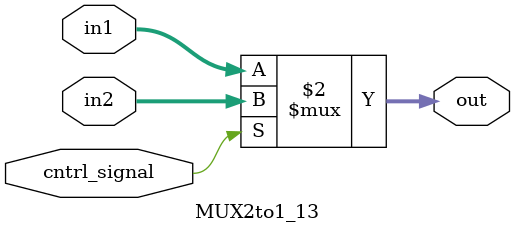
<source format=v>

/*A mux that handles 13 bits input to 13 bits output*/

module MUX2to1_13(cntrl_signal,in1,in2,out);
input cntrl_signal;
input [12:0] in1, in2;
output [12:0] out;
assign out = (cntrl_signal == 1) ? in2 : in1;
endmodule
</source>
